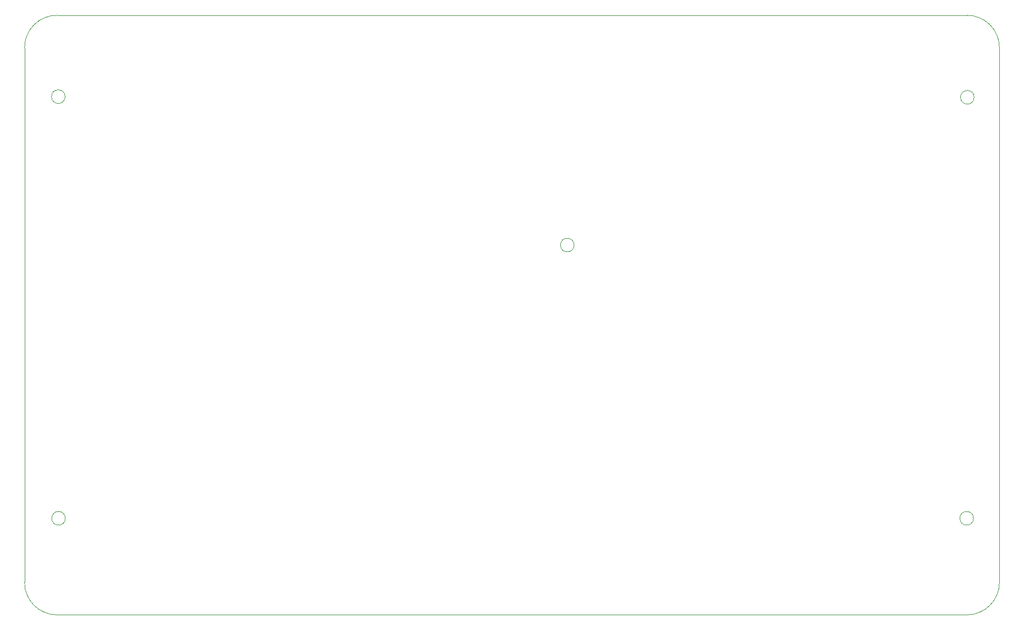
<source format=gbr>
%TF.GenerationSoftware,KiCad,Pcbnew,9.0.0*%
%TF.CreationDate,2025-03-15T02:30:36-06:00*%
%TF.ProjectId,ParallelValveController,50617261-6c6c-4656-9c56-616c7665436f,rev?*%
%TF.SameCoordinates,Original*%
%TF.FileFunction,Profile,NP*%
%FSLAX46Y46*%
G04 Gerber Fmt 4.6, Leading zero omitted, Abs format (unit mm)*
G04 Created by KiCad (PCBNEW 9.0.0) date 2025-03-15 02:30:36*
%MOMM*%
%LPD*%
G01*
G04 APERTURE LIST*
%TA.AperFunction,Profile*%
%ADD10C,0.050000*%
%TD*%
G04 APERTURE END LIST*
D10*
X224250000Y-52750000D02*
G75*
G02*
X229250000Y-57750000I0J-5000000D01*
G01*
X163700000Y-88200000D02*
G75*
G02*
X161600000Y-88200000I-1050000J0D01*
G01*
X161600000Y-88200000D02*
G75*
G02*
X163700000Y-88200000I1050000J0D01*
G01*
X85250000Y-65300000D02*
G75*
G02*
X83150000Y-65300000I-1050000J0D01*
G01*
X83150000Y-65300000D02*
G75*
G02*
X85250000Y-65300000I1050000J0D01*
G01*
X225250000Y-130350000D02*
G75*
G02*
X223150000Y-130350000I-1050000J0D01*
G01*
X223150000Y-130350000D02*
G75*
G02*
X225250000Y-130350000I1050000J0D01*
G01*
X85288375Y-130350000D02*
G75*
G02*
X83188375Y-130350000I-1050000J0D01*
G01*
X83188375Y-130350000D02*
G75*
G02*
X85288375Y-130350000I1050000J0D01*
G01*
X79000000Y-57750000D02*
G75*
G02*
X84000000Y-52750000I5000000J0D01*
G01*
X229250000Y-140250000D02*
X229250000Y-57750000D01*
X224250000Y-52750000D02*
X84000000Y-52750000D01*
X84000000Y-145250000D02*
X224250000Y-145250000D01*
X225350000Y-65400000D02*
G75*
G02*
X223250000Y-65400000I-1050000J0D01*
G01*
X223250000Y-65400000D02*
G75*
G02*
X225350000Y-65400000I1050000J0D01*
G01*
X229250000Y-140250000D02*
G75*
G02*
X224250000Y-145250000I-5000000J0D01*
G01*
X79000000Y-57750000D02*
X79000000Y-140250000D01*
X84000000Y-145250000D02*
G75*
G02*
X79000000Y-140250000I0J5000000D01*
G01*
M02*

</source>
